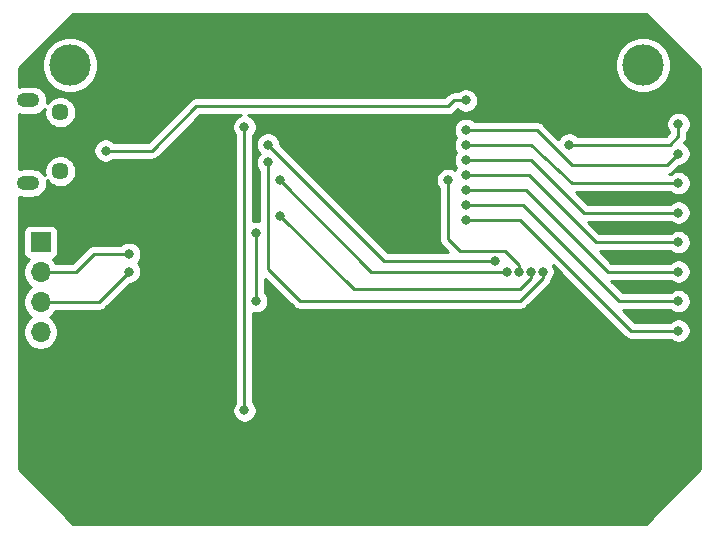
<source format=gbr>
G04 #@! TF.GenerationSoftware,KiCad,Pcbnew,(5.1.6)-1*
G04 #@! TF.CreationDate,2020-08-23T15:56:13+02:00*
G04 #@! TF.ProjectId,PacketVis,5061636b-6574-4566-9973-2e6b69636164,A01*
G04 #@! TF.SameCoordinates,Original*
G04 #@! TF.FileFunction,Copper,L2,Bot*
G04 #@! TF.FilePolarity,Positive*
%FSLAX46Y46*%
G04 Gerber Fmt 4.6, Leading zero omitted, Abs format (unit mm)*
G04 Created by KiCad (PCBNEW (5.1.6)-1) date 2020-08-23 15:56:13*
%MOMM*%
%LPD*%
G01*
G04 APERTURE LIST*
G04 #@! TA.AperFunction,ComponentPad*
%ADD10O,1.700000X1.700000*%
G04 #@! TD*
G04 #@! TA.AperFunction,ComponentPad*
%ADD11R,1.700000X1.700000*%
G04 #@! TD*
G04 #@! TA.AperFunction,ComponentPad*
%ADD12O,1.900000X1.200000*%
G04 #@! TD*
G04 #@! TA.AperFunction,ComponentPad*
%ADD13C,1.450000*%
G04 #@! TD*
G04 #@! TA.AperFunction,ViaPad*
%ADD14C,3.500000*%
G04 #@! TD*
G04 #@! TA.AperFunction,ViaPad*
%ADD15C,0.800000*%
G04 #@! TD*
G04 #@! TA.AperFunction,Conductor*
%ADD16C,0.250000*%
G04 #@! TD*
G04 #@! TA.AperFunction,Conductor*
%ADD17C,0.254000*%
G04 #@! TD*
G04 APERTURE END LIST*
D10*
X184680000Y-101620000D03*
X184680000Y-99080000D03*
X184680000Y-96540000D03*
D11*
X184680000Y-94000000D03*
D12*
X183642500Y-89000000D03*
X183642500Y-82000000D03*
D13*
X186342500Y-88000000D03*
X186342500Y-83000000D03*
D14*
X187180000Y-79000000D03*
X235680000Y-79000000D03*
D15*
X201929960Y-84250000D03*
X201930008Y-108250008D03*
X193680000Y-108500000D03*
X194680000Y-108500000D03*
X195680000Y-108500000D03*
X196680000Y-108500000D03*
X197680000Y-108500000D03*
X198680000Y-108500000D03*
X195180000Y-82500000D03*
X208580000Y-101100000D03*
X193180000Y-88250000D03*
X227680000Y-109500000D03*
X228180000Y-101500000D03*
X203930000Y-85749994D03*
X223180000Y-95600000D03*
X204930018Y-88750000D03*
X224180000Y-96500000D03*
X225179929Y-96512821D03*
X219180000Y-88750000D03*
X192180000Y-95000000D03*
X192180000Y-96500000D03*
X202930000Y-93250000D03*
X202930000Y-99000000D03*
X204930000Y-91749982D03*
X226180000Y-96500008D03*
X203930000Y-87250000D03*
X227180000Y-96500000D03*
X220680000Y-82000000D03*
X190180000Y-86250000D03*
X238680000Y-84000000D03*
X229429998Y-85750000D03*
X220680000Y-84500000D03*
X238680000Y-86500000D03*
X220680000Y-85770000D03*
X238680000Y-89000000D03*
X220680000Y-87040000D03*
X238680000Y-91500000D03*
X220680000Y-88310000D03*
X238680000Y-94000000D03*
X220680000Y-89580000D03*
X238680000Y-96500000D03*
X220680000Y-90850000D03*
X238680000Y-99000000D03*
X220680000Y-92120000D03*
X238680000Y-101500000D03*
D16*
X201929960Y-84250000D02*
X201929960Y-108249960D01*
X201929960Y-108249960D02*
X201930008Y-108250008D01*
X222614315Y-95600000D02*
X223180000Y-95600000D01*
X213780006Y-95600000D02*
X222614315Y-95600000D01*
X203930000Y-85749994D02*
X213780006Y-95600000D01*
X204930018Y-88750000D02*
X212680018Y-96500000D01*
X212680018Y-96500000D02*
X223614315Y-96500000D01*
X223614315Y-96500000D02*
X224180000Y-96500000D01*
X219180000Y-93750000D02*
X219180000Y-89315685D01*
X219180000Y-89315685D02*
X219180000Y-88750000D01*
X220180000Y-94750000D02*
X219180000Y-93750000D01*
X223982793Y-94750000D02*
X220180000Y-94750000D01*
X225179929Y-95947136D02*
X223982793Y-94750000D01*
X225179929Y-96512821D02*
X225179929Y-95947136D01*
X184720000Y-96500000D02*
X184680000Y-96540000D01*
X187640000Y-96540000D02*
X184680000Y-96540000D01*
X192180000Y-95000000D02*
X189180000Y-95000000D01*
X189180000Y-95000000D02*
X187640000Y-96540000D01*
X189600000Y-99080000D02*
X192180000Y-96500000D01*
X184680000Y-99080000D02*
X189600000Y-99080000D01*
X202930000Y-93250000D02*
X202930000Y-98434315D01*
X202930000Y-98434315D02*
X202930000Y-99000000D01*
X226180000Y-97065693D02*
X226180000Y-96500008D01*
X211180018Y-98000000D02*
X225245693Y-98000000D01*
X225245693Y-98000000D02*
X226180000Y-97065693D01*
X204930000Y-91749982D02*
X211180018Y-98000000D01*
X227180000Y-97065685D02*
X227180000Y-96500000D01*
X206680000Y-99000000D02*
X225245685Y-99000000D01*
X225245685Y-99000000D02*
X227180000Y-97065685D01*
X203930000Y-96250000D02*
X206680000Y-99000000D01*
X203930000Y-87250000D02*
X203930000Y-96250000D01*
X194106998Y-86250000D02*
X190180000Y-86250000D01*
X197856998Y-82500000D02*
X194106998Y-86250000D01*
X219180000Y-82500000D02*
X197856998Y-82500000D01*
X219680000Y-82000000D02*
X219180000Y-82500000D01*
X220680000Y-82000000D02*
X219680000Y-82000000D01*
X229995683Y-85750000D02*
X229429998Y-85750000D01*
X237930000Y-85750000D02*
X229995683Y-85750000D01*
X238680000Y-84000000D02*
X238680000Y-85000000D01*
X238680000Y-85000000D02*
X237930000Y-85750000D01*
X237680000Y-87500000D02*
X238680000Y-86500000D01*
X229680000Y-87500000D02*
X237680000Y-87500000D01*
X220680000Y-84500000D02*
X226680000Y-84500000D01*
X226680000Y-84500000D02*
X229680000Y-87500000D01*
X229680000Y-89000000D02*
X238680000Y-89000000D01*
X220680000Y-85770000D02*
X226180000Y-85770000D01*
X226180000Y-85770000D02*
X229680000Y-89000000D01*
X220680000Y-87040000D02*
X226220000Y-87040000D01*
X226220000Y-87040000D02*
X230680000Y-91500000D01*
X230680000Y-91500000D02*
X238680000Y-91500000D01*
X220680000Y-88310000D02*
X225990000Y-88310000D01*
X225990000Y-88310000D02*
X231680000Y-94000000D01*
X231680000Y-94000000D02*
X238680000Y-94000000D01*
X220680000Y-89580000D02*
X225760000Y-89580000D01*
X225760000Y-89580000D02*
X232680000Y-96500000D01*
X232680000Y-96500000D02*
X238680000Y-96500000D01*
X220680000Y-90850000D02*
X225530000Y-90850000D01*
X225530000Y-90850000D02*
X233680000Y-99000000D01*
X233680000Y-99000000D02*
X238680000Y-99000000D01*
X220680000Y-92120000D02*
X225300000Y-92120000D01*
X225300000Y-92120000D02*
X234680000Y-101500000D01*
X234680000Y-101500000D02*
X238680000Y-101500000D01*
D17*
G36*
X240520001Y-79273382D02*
G01*
X240520000Y-113226619D01*
X235906620Y-117840000D01*
X187453381Y-117840000D01*
X182840000Y-113226620D01*
X182840000Y-93150000D01*
X183191928Y-93150000D01*
X183191928Y-94850000D01*
X183204188Y-94974482D01*
X183240498Y-95094180D01*
X183299463Y-95204494D01*
X183378815Y-95301185D01*
X183475506Y-95380537D01*
X183585820Y-95439502D01*
X183658380Y-95461513D01*
X183526525Y-95593368D01*
X183364010Y-95836589D01*
X183252068Y-96106842D01*
X183195000Y-96393740D01*
X183195000Y-96686260D01*
X183252068Y-96973158D01*
X183364010Y-97243411D01*
X183526525Y-97486632D01*
X183733368Y-97693475D01*
X183907760Y-97810000D01*
X183733368Y-97926525D01*
X183526525Y-98133368D01*
X183364010Y-98376589D01*
X183252068Y-98646842D01*
X183195000Y-98933740D01*
X183195000Y-99226260D01*
X183252068Y-99513158D01*
X183364010Y-99783411D01*
X183526525Y-100026632D01*
X183733368Y-100233475D01*
X183907760Y-100350000D01*
X183733368Y-100466525D01*
X183526525Y-100673368D01*
X183364010Y-100916589D01*
X183252068Y-101186842D01*
X183195000Y-101473740D01*
X183195000Y-101766260D01*
X183252068Y-102053158D01*
X183364010Y-102323411D01*
X183526525Y-102566632D01*
X183733368Y-102773475D01*
X183976589Y-102935990D01*
X184246842Y-103047932D01*
X184533740Y-103105000D01*
X184826260Y-103105000D01*
X185113158Y-103047932D01*
X185383411Y-102935990D01*
X185626632Y-102773475D01*
X185833475Y-102566632D01*
X185995990Y-102323411D01*
X186107932Y-102053158D01*
X186165000Y-101766260D01*
X186165000Y-101473740D01*
X186107932Y-101186842D01*
X185995990Y-100916589D01*
X185833475Y-100673368D01*
X185626632Y-100466525D01*
X185452240Y-100350000D01*
X185626632Y-100233475D01*
X185833475Y-100026632D01*
X185958178Y-99840000D01*
X189562678Y-99840000D01*
X189600000Y-99843676D01*
X189637322Y-99840000D01*
X189637333Y-99840000D01*
X189748986Y-99829003D01*
X189892247Y-99785546D01*
X190024276Y-99714974D01*
X190140001Y-99620001D01*
X190163804Y-99590997D01*
X192219802Y-97535000D01*
X192281939Y-97535000D01*
X192481898Y-97495226D01*
X192670256Y-97417205D01*
X192839774Y-97303937D01*
X192983937Y-97159774D01*
X193097205Y-96990256D01*
X193175226Y-96801898D01*
X193215000Y-96601939D01*
X193215000Y-96398061D01*
X193175226Y-96198102D01*
X193097205Y-96009744D01*
X192983937Y-95840226D01*
X192893711Y-95750000D01*
X192983937Y-95659774D01*
X193097205Y-95490256D01*
X193175226Y-95301898D01*
X193215000Y-95101939D01*
X193215000Y-94898061D01*
X193175226Y-94698102D01*
X193097205Y-94509744D01*
X192983937Y-94340226D01*
X192839774Y-94196063D01*
X192670256Y-94082795D01*
X192481898Y-94004774D01*
X192281939Y-93965000D01*
X192078061Y-93965000D01*
X191878102Y-94004774D01*
X191689744Y-94082795D01*
X191520226Y-94196063D01*
X191476289Y-94240000D01*
X189217323Y-94240000D01*
X189180000Y-94236324D01*
X189142677Y-94240000D01*
X189142667Y-94240000D01*
X189031014Y-94250997D01*
X188902433Y-94290001D01*
X188887753Y-94294454D01*
X188755723Y-94365026D01*
X188672083Y-94433668D01*
X188639999Y-94459999D01*
X188616201Y-94488997D01*
X187325199Y-95780000D01*
X185958178Y-95780000D01*
X185833475Y-95593368D01*
X185701620Y-95461513D01*
X185774180Y-95439502D01*
X185884494Y-95380537D01*
X185981185Y-95301185D01*
X186060537Y-95204494D01*
X186119502Y-95094180D01*
X186155812Y-94974482D01*
X186168072Y-94850000D01*
X186168072Y-93150000D01*
X186155812Y-93025518D01*
X186119502Y-92905820D01*
X186060537Y-92795506D01*
X185981185Y-92698815D01*
X185884494Y-92619463D01*
X185774180Y-92560498D01*
X185654482Y-92524188D01*
X185530000Y-92511928D01*
X183830000Y-92511928D01*
X183705518Y-92524188D01*
X183585820Y-92560498D01*
X183475506Y-92619463D01*
X183378815Y-92698815D01*
X183299463Y-92795506D01*
X183240498Y-92905820D01*
X183204188Y-93025518D01*
X183191928Y-93150000D01*
X182840000Y-93150000D01*
X182840000Y-90153306D01*
X183050398Y-90217130D01*
X183231835Y-90235000D01*
X184053165Y-90235000D01*
X184234602Y-90217130D01*
X184467401Y-90146511D01*
X184681949Y-90031833D01*
X184870002Y-89877502D01*
X185024333Y-89689449D01*
X185139011Y-89474901D01*
X185209630Y-89242102D01*
X185233475Y-89000000D01*
X185209630Y-88757898D01*
X185206617Y-88747965D01*
X185286119Y-88866949D01*
X185475551Y-89056381D01*
X185698299Y-89205216D01*
X185945803Y-89307736D01*
X186208552Y-89360000D01*
X186476448Y-89360000D01*
X186739197Y-89307736D01*
X186986701Y-89205216D01*
X187209449Y-89056381D01*
X187398881Y-88866949D01*
X187547716Y-88644201D01*
X187650236Y-88396697D01*
X187702500Y-88133948D01*
X187702500Y-87866052D01*
X187650236Y-87603303D01*
X187547716Y-87355799D01*
X187398881Y-87133051D01*
X187209449Y-86943619D01*
X186986701Y-86794784D01*
X186739197Y-86692264D01*
X186476448Y-86640000D01*
X186208552Y-86640000D01*
X185945803Y-86692264D01*
X185698299Y-86794784D01*
X185475551Y-86943619D01*
X185286119Y-87133051D01*
X185137284Y-87355799D01*
X185034764Y-87603303D01*
X184982500Y-87866052D01*
X184982500Y-88133948D01*
X185015484Y-88299768D01*
X184870002Y-88122498D01*
X184681949Y-87968167D01*
X184467401Y-87853489D01*
X184234602Y-87782870D01*
X184053165Y-87765000D01*
X183231835Y-87765000D01*
X183050398Y-87782870D01*
X182840000Y-87846694D01*
X182840000Y-86148061D01*
X189145000Y-86148061D01*
X189145000Y-86351939D01*
X189184774Y-86551898D01*
X189262795Y-86740256D01*
X189376063Y-86909774D01*
X189520226Y-87053937D01*
X189689744Y-87167205D01*
X189878102Y-87245226D01*
X190078061Y-87285000D01*
X190281939Y-87285000D01*
X190481898Y-87245226D01*
X190670256Y-87167205D01*
X190839774Y-87053937D01*
X190883711Y-87010000D01*
X194069676Y-87010000D01*
X194106998Y-87013676D01*
X194144320Y-87010000D01*
X194144331Y-87010000D01*
X194255984Y-86999003D01*
X194399245Y-86955546D01*
X194531274Y-86884974D01*
X194646999Y-86790001D01*
X194670802Y-86760997D01*
X198171800Y-83260000D01*
X201615445Y-83260000D01*
X201439704Y-83332795D01*
X201270186Y-83446063D01*
X201126023Y-83590226D01*
X201012755Y-83759744D01*
X200934734Y-83948102D01*
X200894960Y-84148061D01*
X200894960Y-84351939D01*
X200934734Y-84551898D01*
X201012755Y-84740256D01*
X201126023Y-84909774D01*
X201169960Y-84953711D01*
X201169961Y-107546344D01*
X201126071Y-107590234D01*
X201012803Y-107759752D01*
X200934782Y-107948110D01*
X200895008Y-108148069D01*
X200895008Y-108351947D01*
X200934782Y-108551906D01*
X201012803Y-108740264D01*
X201126071Y-108909782D01*
X201270234Y-109053945D01*
X201439752Y-109167213D01*
X201628110Y-109245234D01*
X201828069Y-109285008D01*
X202031947Y-109285008D01*
X202231906Y-109245234D01*
X202420264Y-109167213D01*
X202589782Y-109053945D01*
X202733945Y-108909782D01*
X202847213Y-108740264D01*
X202925234Y-108551906D01*
X202965008Y-108351947D01*
X202965008Y-108148069D01*
X202925234Y-107948110D01*
X202847213Y-107759752D01*
X202733945Y-107590234D01*
X202689960Y-107546249D01*
X202689960Y-100007530D01*
X202828061Y-100035000D01*
X203031939Y-100035000D01*
X203231898Y-99995226D01*
X203420256Y-99917205D01*
X203589774Y-99803937D01*
X203733937Y-99659774D01*
X203847205Y-99490256D01*
X203925226Y-99301898D01*
X203965000Y-99101939D01*
X203965000Y-98898061D01*
X203925226Y-98698102D01*
X203847205Y-98509744D01*
X203733937Y-98340226D01*
X203690000Y-98296289D01*
X203690000Y-97084801D01*
X206116201Y-99511003D01*
X206139999Y-99540001D01*
X206255724Y-99634974D01*
X206387753Y-99705546D01*
X206531014Y-99749003D01*
X206642667Y-99760000D01*
X206642676Y-99760000D01*
X206679999Y-99763676D01*
X206717322Y-99760000D01*
X225208363Y-99760000D01*
X225245685Y-99763676D01*
X225283007Y-99760000D01*
X225283018Y-99760000D01*
X225394671Y-99749003D01*
X225537932Y-99705546D01*
X225669961Y-99634974D01*
X225785686Y-99540001D01*
X225809489Y-99510997D01*
X227691004Y-97629483D01*
X227720001Y-97605686D01*
X227814974Y-97489961D01*
X227885546Y-97357932D01*
X227928987Y-97214724D01*
X227983937Y-97159774D01*
X228097205Y-96990256D01*
X228175226Y-96801898D01*
X228215000Y-96601939D01*
X228215000Y-96398061D01*
X228175226Y-96198102D01*
X228097205Y-96009744D01*
X228061488Y-95956289D01*
X234116201Y-102011003D01*
X234139999Y-102040001D01*
X234255724Y-102134974D01*
X234387753Y-102205546D01*
X234531014Y-102249003D01*
X234642667Y-102260000D01*
X234642676Y-102260000D01*
X234679999Y-102263676D01*
X234717322Y-102260000D01*
X237976289Y-102260000D01*
X238020226Y-102303937D01*
X238189744Y-102417205D01*
X238378102Y-102495226D01*
X238578061Y-102535000D01*
X238781939Y-102535000D01*
X238981898Y-102495226D01*
X239170256Y-102417205D01*
X239339774Y-102303937D01*
X239483937Y-102159774D01*
X239597205Y-101990256D01*
X239675226Y-101801898D01*
X239715000Y-101601939D01*
X239715000Y-101398061D01*
X239675226Y-101198102D01*
X239597205Y-101009744D01*
X239483937Y-100840226D01*
X239339774Y-100696063D01*
X239170256Y-100582795D01*
X238981898Y-100504774D01*
X238781939Y-100465000D01*
X238578061Y-100465000D01*
X238378102Y-100504774D01*
X238189744Y-100582795D01*
X238020226Y-100696063D01*
X237976289Y-100740000D01*
X234994802Y-100740000D01*
X234014802Y-99760000D01*
X237976289Y-99760000D01*
X238020226Y-99803937D01*
X238189744Y-99917205D01*
X238378102Y-99995226D01*
X238578061Y-100035000D01*
X238781939Y-100035000D01*
X238981898Y-99995226D01*
X239170256Y-99917205D01*
X239339774Y-99803937D01*
X239483937Y-99659774D01*
X239597205Y-99490256D01*
X239675226Y-99301898D01*
X239715000Y-99101939D01*
X239715000Y-98898061D01*
X239675226Y-98698102D01*
X239597205Y-98509744D01*
X239483937Y-98340226D01*
X239339774Y-98196063D01*
X239170256Y-98082795D01*
X238981898Y-98004774D01*
X238781939Y-97965000D01*
X238578061Y-97965000D01*
X238378102Y-98004774D01*
X238189744Y-98082795D01*
X238020226Y-98196063D01*
X237976289Y-98240000D01*
X233994802Y-98240000D01*
X233014802Y-97260000D01*
X237976289Y-97260000D01*
X238020226Y-97303937D01*
X238189744Y-97417205D01*
X238378102Y-97495226D01*
X238578061Y-97535000D01*
X238781939Y-97535000D01*
X238981898Y-97495226D01*
X239170256Y-97417205D01*
X239339774Y-97303937D01*
X239483937Y-97159774D01*
X239597205Y-96990256D01*
X239675226Y-96801898D01*
X239715000Y-96601939D01*
X239715000Y-96398061D01*
X239675226Y-96198102D01*
X239597205Y-96009744D01*
X239483937Y-95840226D01*
X239339774Y-95696063D01*
X239170256Y-95582795D01*
X238981898Y-95504774D01*
X238781939Y-95465000D01*
X238578061Y-95465000D01*
X238378102Y-95504774D01*
X238189744Y-95582795D01*
X238020226Y-95696063D01*
X237976289Y-95740000D01*
X232994802Y-95740000D01*
X232014802Y-94760000D01*
X237976289Y-94760000D01*
X238020226Y-94803937D01*
X238189744Y-94917205D01*
X238378102Y-94995226D01*
X238578061Y-95035000D01*
X238781939Y-95035000D01*
X238981898Y-94995226D01*
X239170256Y-94917205D01*
X239339774Y-94803937D01*
X239483937Y-94659774D01*
X239597205Y-94490256D01*
X239675226Y-94301898D01*
X239715000Y-94101939D01*
X239715000Y-93898061D01*
X239675226Y-93698102D01*
X239597205Y-93509744D01*
X239483937Y-93340226D01*
X239339774Y-93196063D01*
X239170256Y-93082795D01*
X238981898Y-93004774D01*
X238781939Y-92965000D01*
X238578061Y-92965000D01*
X238378102Y-93004774D01*
X238189744Y-93082795D01*
X238020226Y-93196063D01*
X237976289Y-93240000D01*
X231994802Y-93240000D01*
X231014802Y-92260000D01*
X237976289Y-92260000D01*
X238020226Y-92303937D01*
X238189744Y-92417205D01*
X238378102Y-92495226D01*
X238578061Y-92535000D01*
X238781939Y-92535000D01*
X238981898Y-92495226D01*
X239170256Y-92417205D01*
X239339774Y-92303937D01*
X239483937Y-92159774D01*
X239597205Y-91990256D01*
X239675226Y-91801898D01*
X239715000Y-91601939D01*
X239715000Y-91398061D01*
X239675226Y-91198102D01*
X239597205Y-91009744D01*
X239483937Y-90840226D01*
X239339774Y-90696063D01*
X239170256Y-90582795D01*
X238981898Y-90504774D01*
X238781939Y-90465000D01*
X238578061Y-90465000D01*
X238378102Y-90504774D01*
X238189744Y-90582795D01*
X238020226Y-90696063D01*
X237976289Y-90740000D01*
X230994803Y-90740000D01*
X230014802Y-89760000D01*
X237976289Y-89760000D01*
X238020226Y-89803937D01*
X238189744Y-89917205D01*
X238378102Y-89995226D01*
X238578061Y-90035000D01*
X238781939Y-90035000D01*
X238981898Y-89995226D01*
X239170256Y-89917205D01*
X239339774Y-89803937D01*
X239483937Y-89659774D01*
X239597205Y-89490256D01*
X239675226Y-89301898D01*
X239715000Y-89101939D01*
X239715000Y-88898061D01*
X239675226Y-88698102D01*
X239597205Y-88509744D01*
X239483937Y-88340226D01*
X239339774Y-88196063D01*
X239170256Y-88082795D01*
X238981898Y-88004774D01*
X238781939Y-87965000D01*
X238578061Y-87965000D01*
X238378102Y-88004774D01*
X238189744Y-88082795D01*
X238020226Y-88196063D01*
X237976289Y-88240000D01*
X237858665Y-88240000D01*
X237972247Y-88205546D01*
X238104276Y-88134974D01*
X238220001Y-88040001D01*
X238243804Y-88010998D01*
X238719802Y-87535000D01*
X238781939Y-87535000D01*
X238981898Y-87495226D01*
X239170256Y-87417205D01*
X239339774Y-87303937D01*
X239483937Y-87159774D01*
X239597205Y-86990256D01*
X239675226Y-86801898D01*
X239715000Y-86601939D01*
X239715000Y-86398061D01*
X239675226Y-86198102D01*
X239597205Y-86009744D01*
X239483937Y-85840226D01*
X239339774Y-85696063D01*
X239171306Y-85583496D01*
X239191002Y-85563799D01*
X239220001Y-85540001D01*
X239314974Y-85424276D01*
X239385546Y-85292247D01*
X239429003Y-85148986D01*
X239440000Y-85037333D01*
X239440000Y-85037324D01*
X239443676Y-85000001D01*
X239440000Y-84962678D01*
X239440000Y-84703711D01*
X239483937Y-84659774D01*
X239597205Y-84490256D01*
X239675226Y-84301898D01*
X239715000Y-84101939D01*
X239715000Y-83898061D01*
X239675226Y-83698102D01*
X239597205Y-83509744D01*
X239483937Y-83340226D01*
X239339774Y-83196063D01*
X239170256Y-83082795D01*
X238981898Y-83004774D01*
X238781939Y-82965000D01*
X238578061Y-82965000D01*
X238378102Y-83004774D01*
X238189744Y-83082795D01*
X238020226Y-83196063D01*
X237876063Y-83340226D01*
X237762795Y-83509744D01*
X237684774Y-83698102D01*
X237645000Y-83898061D01*
X237645000Y-84101939D01*
X237684774Y-84301898D01*
X237762795Y-84490256D01*
X237876063Y-84659774D01*
X237910744Y-84694455D01*
X237615199Y-84990000D01*
X230133709Y-84990000D01*
X230089772Y-84946063D01*
X229920254Y-84832795D01*
X229731896Y-84754774D01*
X229531937Y-84715000D01*
X229328059Y-84715000D01*
X229128100Y-84754774D01*
X228939742Y-84832795D01*
X228770224Y-84946063D01*
X228626061Y-85090226D01*
X228513495Y-85258693D01*
X227243804Y-83989003D01*
X227220001Y-83959999D01*
X227104276Y-83865026D01*
X226972247Y-83794454D01*
X226828986Y-83750997D01*
X226717333Y-83740000D01*
X226717322Y-83740000D01*
X226680000Y-83736324D01*
X226642678Y-83740000D01*
X221383711Y-83740000D01*
X221339774Y-83696063D01*
X221170256Y-83582795D01*
X220981898Y-83504774D01*
X220781939Y-83465000D01*
X220578061Y-83465000D01*
X220378102Y-83504774D01*
X220189744Y-83582795D01*
X220020226Y-83696063D01*
X219876063Y-83840226D01*
X219762795Y-84009744D01*
X219684774Y-84198102D01*
X219645000Y-84398061D01*
X219645000Y-84601939D01*
X219684774Y-84801898D01*
X219762795Y-84990256D01*
X219859510Y-85135000D01*
X219762795Y-85279744D01*
X219684774Y-85468102D01*
X219645000Y-85668061D01*
X219645000Y-85871939D01*
X219684774Y-86071898D01*
X219762795Y-86260256D01*
X219859510Y-86405000D01*
X219762795Y-86549744D01*
X219684774Y-86738102D01*
X219645000Y-86938061D01*
X219645000Y-87141939D01*
X219684774Y-87341898D01*
X219762795Y-87530256D01*
X219859510Y-87675000D01*
X219762795Y-87819744D01*
X219738501Y-87878395D01*
X219670256Y-87832795D01*
X219481898Y-87754774D01*
X219281939Y-87715000D01*
X219078061Y-87715000D01*
X218878102Y-87754774D01*
X218689744Y-87832795D01*
X218520226Y-87946063D01*
X218376063Y-88090226D01*
X218262795Y-88259744D01*
X218184774Y-88448102D01*
X218145000Y-88648061D01*
X218145000Y-88851939D01*
X218184774Y-89051898D01*
X218262795Y-89240256D01*
X218376063Y-89409774D01*
X218420001Y-89453712D01*
X218420000Y-93712677D01*
X218416324Y-93750000D01*
X218420000Y-93787322D01*
X218420000Y-93787332D01*
X218430997Y-93898985D01*
X218461942Y-94000998D01*
X218474454Y-94042246D01*
X218545026Y-94174276D01*
X218584871Y-94222826D01*
X218639999Y-94290001D01*
X218669002Y-94313804D01*
X219195198Y-94840000D01*
X214094808Y-94840000D01*
X204965000Y-85710193D01*
X204965000Y-85648055D01*
X204925226Y-85448096D01*
X204847205Y-85259738D01*
X204733937Y-85090220D01*
X204589774Y-84946057D01*
X204420256Y-84832789D01*
X204231898Y-84754768D01*
X204031939Y-84714994D01*
X203828061Y-84714994D01*
X203628102Y-84754768D01*
X203439744Y-84832789D01*
X203270226Y-84946057D01*
X203126063Y-85090220D01*
X203012795Y-85259738D01*
X202934774Y-85448096D01*
X202895000Y-85648055D01*
X202895000Y-85851933D01*
X202934774Y-86051892D01*
X203012795Y-86240250D01*
X203126063Y-86409768D01*
X203216292Y-86499997D01*
X203126063Y-86590226D01*
X203012795Y-86759744D01*
X202934774Y-86948102D01*
X202895000Y-87148061D01*
X202895000Y-87351939D01*
X202934774Y-87551898D01*
X203012795Y-87740256D01*
X203126063Y-87909774D01*
X203170000Y-87953711D01*
X203170001Y-92242462D01*
X203031939Y-92215000D01*
X202828061Y-92215000D01*
X202689960Y-92242470D01*
X202689960Y-84953711D01*
X202733897Y-84909774D01*
X202847165Y-84740256D01*
X202925186Y-84551898D01*
X202964960Y-84351939D01*
X202964960Y-84148061D01*
X202925186Y-83948102D01*
X202847165Y-83759744D01*
X202733897Y-83590226D01*
X202589734Y-83446063D01*
X202420216Y-83332795D01*
X202244475Y-83260000D01*
X219142678Y-83260000D01*
X219180000Y-83263676D01*
X219217322Y-83260000D01*
X219217333Y-83260000D01*
X219328986Y-83249003D01*
X219472247Y-83205546D01*
X219604276Y-83134974D01*
X219720001Y-83040001D01*
X219743804Y-83010997D01*
X219985545Y-82769256D01*
X220020226Y-82803937D01*
X220189744Y-82917205D01*
X220378102Y-82995226D01*
X220578061Y-83035000D01*
X220781939Y-83035000D01*
X220981898Y-82995226D01*
X221170256Y-82917205D01*
X221339774Y-82803937D01*
X221483937Y-82659774D01*
X221597205Y-82490256D01*
X221675226Y-82301898D01*
X221715000Y-82101939D01*
X221715000Y-81898061D01*
X221675226Y-81698102D01*
X221597205Y-81509744D01*
X221483937Y-81340226D01*
X221339774Y-81196063D01*
X221170256Y-81082795D01*
X220981898Y-81004774D01*
X220781939Y-80965000D01*
X220578061Y-80965000D01*
X220378102Y-81004774D01*
X220189744Y-81082795D01*
X220020226Y-81196063D01*
X219976289Y-81240000D01*
X219717325Y-81240000D01*
X219680000Y-81236324D01*
X219642675Y-81240000D01*
X219642667Y-81240000D01*
X219531014Y-81250997D01*
X219387753Y-81294454D01*
X219255724Y-81365026D01*
X219139999Y-81459999D01*
X219116196Y-81489003D01*
X218865199Y-81740000D01*
X197894321Y-81740000D01*
X197856998Y-81736324D01*
X197819675Y-81740000D01*
X197819665Y-81740000D01*
X197708012Y-81750997D01*
X197564751Y-81794454D01*
X197432722Y-81865026D01*
X197316997Y-81959999D01*
X197293199Y-81988997D01*
X193792197Y-85490000D01*
X190883711Y-85490000D01*
X190839774Y-85446063D01*
X190670256Y-85332795D01*
X190481898Y-85254774D01*
X190281939Y-85215000D01*
X190078061Y-85215000D01*
X189878102Y-85254774D01*
X189689744Y-85332795D01*
X189520226Y-85446063D01*
X189376063Y-85590226D01*
X189262795Y-85759744D01*
X189184774Y-85948102D01*
X189145000Y-86148061D01*
X182840000Y-86148061D01*
X182840000Y-83153306D01*
X183050398Y-83217130D01*
X183231835Y-83235000D01*
X184053165Y-83235000D01*
X184234602Y-83217130D01*
X184467401Y-83146511D01*
X184681949Y-83031833D01*
X184870002Y-82877502D01*
X185015484Y-82700232D01*
X184982500Y-82866052D01*
X184982500Y-83133948D01*
X185034764Y-83396697D01*
X185137284Y-83644201D01*
X185286119Y-83866949D01*
X185475551Y-84056381D01*
X185698299Y-84205216D01*
X185945803Y-84307736D01*
X186208552Y-84360000D01*
X186476448Y-84360000D01*
X186739197Y-84307736D01*
X186986701Y-84205216D01*
X187209449Y-84056381D01*
X187398881Y-83866949D01*
X187547716Y-83644201D01*
X187650236Y-83396697D01*
X187702500Y-83133948D01*
X187702500Y-82866052D01*
X187650236Y-82603303D01*
X187547716Y-82355799D01*
X187398881Y-82133051D01*
X187209449Y-81943619D01*
X186986701Y-81794784D01*
X186739197Y-81692264D01*
X186476448Y-81640000D01*
X186208552Y-81640000D01*
X185945803Y-81692264D01*
X185698299Y-81794784D01*
X185475551Y-81943619D01*
X185286119Y-82133051D01*
X185206617Y-82252035D01*
X185209630Y-82242102D01*
X185233475Y-82000000D01*
X185209630Y-81757898D01*
X185139011Y-81525099D01*
X185024333Y-81310551D01*
X184870002Y-81122498D01*
X184681949Y-80968167D01*
X184467401Y-80853489D01*
X184234602Y-80782870D01*
X184053165Y-80765000D01*
X183231835Y-80765000D01*
X183050398Y-80782870D01*
X182840000Y-80846694D01*
X182840000Y-79273380D01*
X183348282Y-78765098D01*
X184795000Y-78765098D01*
X184795000Y-79234902D01*
X184886654Y-79695679D01*
X185066440Y-80129721D01*
X185327450Y-80520349D01*
X185659651Y-80852550D01*
X186050279Y-81113560D01*
X186484321Y-81293346D01*
X186945098Y-81385000D01*
X187414902Y-81385000D01*
X187875679Y-81293346D01*
X188309721Y-81113560D01*
X188700349Y-80852550D01*
X189032550Y-80520349D01*
X189293560Y-80129721D01*
X189473346Y-79695679D01*
X189565000Y-79234902D01*
X189565000Y-78765098D01*
X233295000Y-78765098D01*
X233295000Y-79234902D01*
X233386654Y-79695679D01*
X233566440Y-80129721D01*
X233827450Y-80520349D01*
X234159651Y-80852550D01*
X234550279Y-81113560D01*
X234984321Y-81293346D01*
X235445098Y-81385000D01*
X235914902Y-81385000D01*
X236375679Y-81293346D01*
X236809721Y-81113560D01*
X237200349Y-80852550D01*
X237532550Y-80520349D01*
X237793560Y-80129721D01*
X237973346Y-79695679D01*
X238065000Y-79234902D01*
X238065000Y-78765098D01*
X237973346Y-78304321D01*
X237793560Y-77870279D01*
X237532550Y-77479651D01*
X237200349Y-77147450D01*
X236809721Y-76886440D01*
X236375679Y-76706654D01*
X235914902Y-76615000D01*
X235445098Y-76615000D01*
X234984321Y-76706654D01*
X234550279Y-76886440D01*
X234159651Y-77147450D01*
X233827450Y-77479651D01*
X233566440Y-77870279D01*
X233386654Y-78304321D01*
X233295000Y-78765098D01*
X189565000Y-78765098D01*
X189473346Y-78304321D01*
X189293560Y-77870279D01*
X189032550Y-77479651D01*
X188700349Y-77147450D01*
X188309721Y-76886440D01*
X187875679Y-76706654D01*
X187414902Y-76615000D01*
X186945098Y-76615000D01*
X186484321Y-76706654D01*
X186050279Y-76886440D01*
X185659651Y-77147450D01*
X185327450Y-77479651D01*
X185066440Y-77870279D01*
X184886654Y-78304321D01*
X184795000Y-78765098D01*
X183348282Y-78765098D01*
X187453381Y-74660000D01*
X235906620Y-74660000D01*
X240520001Y-79273382D01*
G37*
X240520001Y-79273382D02*
X240520000Y-113226619D01*
X235906620Y-117840000D01*
X187453381Y-117840000D01*
X182840000Y-113226620D01*
X182840000Y-93150000D01*
X183191928Y-93150000D01*
X183191928Y-94850000D01*
X183204188Y-94974482D01*
X183240498Y-95094180D01*
X183299463Y-95204494D01*
X183378815Y-95301185D01*
X183475506Y-95380537D01*
X183585820Y-95439502D01*
X183658380Y-95461513D01*
X183526525Y-95593368D01*
X183364010Y-95836589D01*
X183252068Y-96106842D01*
X183195000Y-96393740D01*
X183195000Y-96686260D01*
X183252068Y-96973158D01*
X183364010Y-97243411D01*
X183526525Y-97486632D01*
X183733368Y-97693475D01*
X183907760Y-97810000D01*
X183733368Y-97926525D01*
X183526525Y-98133368D01*
X183364010Y-98376589D01*
X183252068Y-98646842D01*
X183195000Y-98933740D01*
X183195000Y-99226260D01*
X183252068Y-99513158D01*
X183364010Y-99783411D01*
X183526525Y-100026632D01*
X183733368Y-100233475D01*
X183907760Y-100350000D01*
X183733368Y-100466525D01*
X183526525Y-100673368D01*
X183364010Y-100916589D01*
X183252068Y-101186842D01*
X183195000Y-101473740D01*
X183195000Y-101766260D01*
X183252068Y-102053158D01*
X183364010Y-102323411D01*
X183526525Y-102566632D01*
X183733368Y-102773475D01*
X183976589Y-102935990D01*
X184246842Y-103047932D01*
X184533740Y-103105000D01*
X184826260Y-103105000D01*
X185113158Y-103047932D01*
X185383411Y-102935990D01*
X185626632Y-102773475D01*
X185833475Y-102566632D01*
X185995990Y-102323411D01*
X186107932Y-102053158D01*
X186165000Y-101766260D01*
X186165000Y-101473740D01*
X186107932Y-101186842D01*
X185995990Y-100916589D01*
X185833475Y-100673368D01*
X185626632Y-100466525D01*
X185452240Y-100350000D01*
X185626632Y-100233475D01*
X185833475Y-100026632D01*
X185958178Y-99840000D01*
X189562678Y-99840000D01*
X189600000Y-99843676D01*
X189637322Y-99840000D01*
X189637333Y-99840000D01*
X189748986Y-99829003D01*
X189892247Y-99785546D01*
X190024276Y-99714974D01*
X190140001Y-99620001D01*
X190163804Y-99590997D01*
X192219802Y-97535000D01*
X192281939Y-97535000D01*
X192481898Y-97495226D01*
X192670256Y-97417205D01*
X192839774Y-97303937D01*
X192983937Y-97159774D01*
X193097205Y-96990256D01*
X193175226Y-96801898D01*
X193215000Y-96601939D01*
X193215000Y-96398061D01*
X193175226Y-96198102D01*
X193097205Y-96009744D01*
X192983937Y-95840226D01*
X192893711Y-95750000D01*
X192983937Y-95659774D01*
X193097205Y-95490256D01*
X193175226Y-95301898D01*
X193215000Y-95101939D01*
X193215000Y-94898061D01*
X193175226Y-94698102D01*
X193097205Y-94509744D01*
X192983937Y-94340226D01*
X192839774Y-94196063D01*
X192670256Y-94082795D01*
X192481898Y-94004774D01*
X192281939Y-93965000D01*
X192078061Y-93965000D01*
X191878102Y-94004774D01*
X191689744Y-94082795D01*
X191520226Y-94196063D01*
X191476289Y-94240000D01*
X189217323Y-94240000D01*
X189180000Y-94236324D01*
X189142677Y-94240000D01*
X189142667Y-94240000D01*
X189031014Y-94250997D01*
X188902433Y-94290001D01*
X188887753Y-94294454D01*
X188755723Y-94365026D01*
X188672083Y-94433668D01*
X188639999Y-94459999D01*
X188616201Y-94488997D01*
X187325199Y-95780000D01*
X185958178Y-95780000D01*
X185833475Y-95593368D01*
X185701620Y-95461513D01*
X185774180Y-95439502D01*
X185884494Y-95380537D01*
X185981185Y-95301185D01*
X186060537Y-95204494D01*
X186119502Y-95094180D01*
X186155812Y-94974482D01*
X186168072Y-94850000D01*
X186168072Y-93150000D01*
X186155812Y-93025518D01*
X186119502Y-92905820D01*
X186060537Y-92795506D01*
X185981185Y-92698815D01*
X185884494Y-92619463D01*
X185774180Y-92560498D01*
X185654482Y-92524188D01*
X185530000Y-92511928D01*
X183830000Y-92511928D01*
X183705518Y-92524188D01*
X183585820Y-92560498D01*
X183475506Y-92619463D01*
X183378815Y-92698815D01*
X183299463Y-92795506D01*
X183240498Y-92905820D01*
X183204188Y-93025518D01*
X183191928Y-93150000D01*
X182840000Y-93150000D01*
X182840000Y-90153306D01*
X183050398Y-90217130D01*
X183231835Y-90235000D01*
X184053165Y-90235000D01*
X184234602Y-90217130D01*
X184467401Y-90146511D01*
X184681949Y-90031833D01*
X184870002Y-89877502D01*
X185024333Y-89689449D01*
X185139011Y-89474901D01*
X185209630Y-89242102D01*
X185233475Y-89000000D01*
X185209630Y-88757898D01*
X185206617Y-88747965D01*
X185286119Y-88866949D01*
X185475551Y-89056381D01*
X185698299Y-89205216D01*
X185945803Y-89307736D01*
X186208552Y-89360000D01*
X186476448Y-89360000D01*
X186739197Y-89307736D01*
X186986701Y-89205216D01*
X187209449Y-89056381D01*
X187398881Y-88866949D01*
X187547716Y-88644201D01*
X187650236Y-88396697D01*
X187702500Y-88133948D01*
X187702500Y-87866052D01*
X187650236Y-87603303D01*
X187547716Y-87355799D01*
X187398881Y-87133051D01*
X187209449Y-86943619D01*
X186986701Y-86794784D01*
X186739197Y-86692264D01*
X186476448Y-86640000D01*
X186208552Y-86640000D01*
X185945803Y-86692264D01*
X185698299Y-86794784D01*
X185475551Y-86943619D01*
X185286119Y-87133051D01*
X185137284Y-87355799D01*
X185034764Y-87603303D01*
X184982500Y-87866052D01*
X184982500Y-88133948D01*
X185015484Y-88299768D01*
X184870002Y-88122498D01*
X184681949Y-87968167D01*
X184467401Y-87853489D01*
X184234602Y-87782870D01*
X184053165Y-87765000D01*
X183231835Y-87765000D01*
X183050398Y-87782870D01*
X182840000Y-87846694D01*
X182840000Y-86148061D01*
X189145000Y-86148061D01*
X189145000Y-86351939D01*
X189184774Y-86551898D01*
X189262795Y-86740256D01*
X189376063Y-86909774D01*
X189520226Y-87053937D01*
X189689744Y-87167205D01*
X189878102Y-87245226D01*
X190078061Y-87285000D01*
X190281939Y-87285000D01*
X190481898Y-87245226D01*
X190670256Y-87167205D01*
X190839774Y-87053937D01*
X190883711Y-87010000D01*
X194069676Y-87010000D01*
X194106998Y-87013676D01*
X194144320Y-87010000D01*
X194144331Y-87010000D01*
X194255984Y-86999003D01*
X194399245Y-86955546D01*
X194531274Y-86884974D01*
X194646999Y-86790001D01*
X194670802Y-86760997D01*
X198171800Y-83260000D01*
X201615445Y-83260000D01*
X201439704Y-83332795D01*
X201270186Y-83446063D01*
X201126023Y-83590226D01*
X201012755Y-83759744D01*
X200934734Y-83948102D01*
X200894960Y-84148061D01*
X200894960Y-84351939D01*
X200934734Y-84551898D01*
X201012755Y-84740256D01*
X201126023Y-84909774D01*
X201169960Y-84953711D01*
X201169961Y-107546344D01*
X201126071Y-107590234D01*
X201012803Y-107759752D01*
X200934782Y-107948110D01*
X200895008Y-108148069D01*
X200895008Y-108351947D01*
X200934782Y-108551906D01*
X201012803Y-108740264D01*
X201126071Y-108909782D01*
X201270234Y-109053945D01*
X201439752Y-109167213D01*
X201628110Y-109245234D01*
X201828069Y-109285008D01*
X202031947Y-109285008D01*
X202231906Y-109245234D01*
X202420264Y-109167213D01*
X202589782Y-109053945D01*
X202733945Y-108909782D01*
X202847213Y-108740264D01*
X202925234Y-108551906D01*
X202965008Y-108351947D01*
X202965008Y-108148069D01*
X202925234Y-107948110D01*
X202847213Y-107759752D01*
X202733945Y-107590234D01*
X202689960Y-107546249D01*
X202689960Y-100007530D01*
X202828061Y-100035000D01*
X203031939Y-100035000D01*
X203231898Y-99995226D01*
X203420256Y-99917205D01*
X203589774Y-99803937D01*
X203733937Y-99659774D01*
X203847205Y-99490256D01*
X203925226Y-99301898D01*
X203965000Y-99101939D01*
X203965000Y-98898061D01*
X203925226Y-98698102D01*
X203847205Y-98509744D01*
X203733937Y-98340226D01*
X203690000Y-98296289D01*
X203690000Y-97084801D01*
X206116201Y-99511003D01*
X206139999Y-99540001D01*
X206255724Y-99634974D01*
X206387753Y-99705546D01*
X206531014Y-99749003D01*
X206642667Y-99760000D01*
X206642676Y-99760000D01*
X206679999Y-99763676D01*
X206717322Y-99760000D01*
X225208363Y-99760000D01*
X225245685Y-99763676D01*
X225283007Y-99760000D01*
X225283018Y-99760000D01*
X225394671Y-99749003D01*
X225537932Y-99705546D01*
X225669961Y-99634974D01*
X225785686Y-99540001D01*
X225809489Y-99510997D01*
X227691004Y-97629483D01*
X227720001Y-97605686D01*
X227814974Y-97489961D01*
X227885546Y-97357932D01*
X227928987Y-97214724D01*
X227983937Y-97159774D01*
X228097205Y-96990256D01*
X228175226Y-96801898D01*
X228215000Y-96601939D01*
X228215000Y-96398061D01*
X228175226Y-96198102D01*
X228097205Y-96009744D01*
X228061488Y-95956289D01*
X234116201Y-102011003D01*
X234139999Y-102040001D01*
X234255724Y-102134974D01*
X234387753Y-102205546D01*
X234531014Y-102249003D01*
X234642667Y-102260000D01*
X234642676Y-102260000D01*
X234679999Y-102263676D01*
X234717322Y-102260000D01*
X237976289Y-102260000D01*
X238020226Y-102303937D01*
X238189744Y-102417205D01*
X238378102Y-102495226D01*
X238578061Y-102535000D01*
X238781939Y-102535000D01*
X238981898Y-102495226D01*
X239170256Y-102417205D01*
X239339774Y-102303937D01*
X239483937Y-102159774D01*
X239597205Y-101990256D01*
X239675226Y-101801898D01*
X239715000Y-101601939D01*
X239715000Y-101398061D01*
X239675226Y-101198102D01*
X239597205Y-101009744D01*
X239483937Y-100840226D01*
X239339774Y-100696063D01*
X239170256Y-100582795D01*
X238981898Y-100504774D01*
X238781939Y-100465000D01*
X238578061Y-100465000D01*
X238378102Y-100504774D01*
X238189744Y-100582795D01*
X238020226Y-100696063D01*
X237976289Y-100740000D01*
X234994802Y-100740000D01*
X234014802Y-99760000D01*
X237976289Y-99760000D01*
X238020226Y-99803937D01*
X238189744Y-99917205D01*
X238378102Y-99995226D01*
X238578061Y-100035000D01*
X238781939Y-100035000D01*
X238981898Y-99995226D01*
X239170256Y-99917205D01*
X239339774Y-99803937D01*
X239483937Y-99659774D01*
X239597205Y-99490256D01*
X239675226Y-99301898D01*
X239715000Y-99101939D01*
X239715000Y-98898061D01*
X239675226Y-98698102D01*
X239597205Y-98509744D01*
X239483937Y-98340226D01*
X239339774Y-98196063D01*
X239170256Y-98082795D01*
X238981898Y-98004774D01*
X238781939Y-97965000D01*
X238578061Y-97965000D01*
X238378102Y-98004774D01*
X238189744Y-98082795D01*
X238020226Y-98196063D01*
X237976289Y-98240000D01*
X233994802Y-98240000D01*
X233014802Y-97260000D01*
X237976289Y-97260000D01*
X238020226Y-97303937D01*
X238189744Y-97417205D01*
X238378102Y-97495226D01*
X238578061Y-97535000D01*
X238781939Y-97535000D01*
X238981898Y-97495226D01*
X239170256Y-97417205D01*
X239339774Y-97303937D01*
X239483937Y-97159774D01*
X239597205Y-96990256D01*
X239675226Y-96801898D01*
X239715000Y-96601939D01*
X239715000Y-96398061D01*
X239675226Y-96198102D01*
X239597205Y-96009744D01*
X239483937Y-95840226D01*
X239339774Y-95696063D01*
X239170256Y-95582795D01*
X238981898Y-95504774D01*
X238781939Y-95465000D01*
X238578061Y-95465000D01*
X238378102Y-95504774D01*
X238189744Y-95582795D01*
X238020226Y-95696063D01*
X237976289Y-95740000D01*
X232994802Y-95740000D01*
X232014802Y-94760000D01*
X237976289Y-94760000D01*
X238020226Y-94803937D01*
X238189744Y-94917205D01*
X238378102Y-94995226D01*
X238578061Y-95035000D01*
X238781939Y-95035000D01*
X238981898Y-94995226D01*
X239170256Y-94917205D01*
X239339774Y-94803937D01*
X239483937Y-94659774D01*
X239597205Y-94490256D01*
X239675226Y-94301898D01*
X239715000Y-94101939D01*
X239715000Y-93898061D01*
X239675226Y-93698102D01*
X239597205Y-93509744D01*
X239483937Y-93340226D01*
X239339774Y-93196063D01*
X239170256Y-93082795D01*
X238981898Y-93004774D01*
X238781939Y-92965000D01*
X238578061Y-92965000D01*
X238378102Y-93004774D01*
X238189744Y-93082795D01*
X238020226Y-93196063D01*
X237976289Y-93240000D01*
X231994802Y-93240000D01*
X231014802Y-92260000D01*
X237976289Y-92260000D01*
X238020226Y-92303937D01*
X238189744Y-92417205D01*
X238378102Y-92495226D01*
X238578061Y-92535000D01*
X238781939Y-92535000D01*
X238981898Y-92495226D01*
X239170256Y-92417205D01*
X239339774Y-92303937D01*
X239483937Y-92159774D01*
X239597205Y-91990256D01*
X239675226Y-91801898D01*
X239715000Y-91601939D01*
X239715000Y-91398061D01*
X239675226Y-91198102D01*
X239597205Y-91009744D01*
X239483937Y-90840226D01*
X239339774Y-90696063D01*
X239170256Y-90582795D01*
X238981898Y-90504774D01*
X238781939Y-90465000D01*
X238578061Y-90465000D01*
X238378102Y-90504774D01*
X238189744Y-90582795D01*
X238020226Y-90696063D01*
X237976289Y-90740000D01*
X230994803Y-90740000D01*
X230014802Y-89760000D01*
X237976289Y-89760000D01*
X238020226Y-89803937D01*
X238189744Y-89917205D01*
X238378102Y-89995226D01*
X238578061Y-90035000D01*
X238781939Y-90035000D01*
X238981898Y-89995226D01*
X239170256Y-89917205D01*
X239339774Y-89803937D01*
X239483937Y-89659774D01*
X239597205Y-89490256D01*
X239675226Y-89301898D01*
X239715000Y-89101939D01*
X239715000Y-88898061D01*
X239675226Y-88698102D01*
X239597205Y-88509744D01*
X239483937Y-88340226D01*
X239339774Y-88196063D01*
X239170256Y-88082795D01*
X238981898Y-88004774D01*
X238781939Y-87965000D01*
X238578061Y-87965000D01*
X238378102Y-88004774D01*
X238189744Y-88082795D01*
X238020226Y-88196063D01*
X237976289Y-88240000D01*
X237858665Y-88240000D01*
X237972247Y-88205546D01*
X238104276Y-88134974D01*
X238220001Y-88040001D01*
X238243804Y-88010998D01*
X238719802Y-87535000D01*
X238781939Y-87535000D01*
X238981898Y-87495226D01*
X239170256Y-87417205D01*
X239339774Y-87303937D01*
X239483937Y-87159774D01*
X239597205Y-86990256D01*
X239675226Y-86801898D01*
X239715000Y-86601939D01*
X239715000Y-86398061D01*
X239675226Y-86198102D01*
X239597205Y-86009744D01*
X239483937Y-85840226D01*
X239339774Y-85696063D01*
X239171306Y-85583496D01*
X239191002Y-85563799D01*
X239220001Y-85540001D01*
X239314974Y-85424276D01*
X239385546Y-85292247D01*
X239429003Y-85148986D01*
X239440000Y-85037333D01*
X239440000Y-85037324D01*
X239443676Y-85000001D01*
X239440000Y-84962678D01*
X239440000Y-84703711D01*
X239483937Y-84659774D01*
X239597205Y-84490256D01*
X239675226Y-84301898D01*
X239715000Y-84101939D01*
X239715000Y-83898061D01*
X239675226Y-83698102D01*
X239597205Y-83509744D01*
X239483937Y-83340226D01*
X239339774Y-83196063D01*
X239170256Y-83082795D01*
X238981898Y-83004774D01*
X238781939Y-82965000D01*
X238578061Y-82965000D01*
X238378102Y-83004774D01*
X238189744Y-83082795D01*
X238020226Y-83196063D01*
X237876063Y-83340226D01*
X237762795Y-83509744D01*
X237684774Y-83698102D01*
X237645000Y-83898061D01*
X237645000Y-84101939D01*
X237684774Y-84301898D01*
X237762795Y-84490256D01*
X237876063Y-84659774D01*
X237910744Y-84694455D01*
X237615199Y-84990000D01*
X230133709Y-84990000D01*
X230089772Y-84946063D01*
X229920254Y-84832795D01*
X229731896Y-84754774D01*
X229531937Y-84715000D01*
X229328059Y-84715000D01*
X229128100Y-84754774D01*
X228939742Y-84832795D01*
X228770224Y-84946063D01*
X228626061Y-85090226D01*
X228513495Y-85258693D01*
X227243804Y-83989003D01*
X227220001Y-83959999D01*
X227104276Y-83865026D01*
X226972247Y-83794454D01*
X226828986Y-83750997D01*
X226717333Y-83740000D01*
X226717322Y-83740000D01*
X226680000Y-83736324D01*
X226642678Y-83740000D01*
X221383711Y-83740000D01*
X221339774Y-83696063D01*
X221170256Y-83582795D01*
X220981898Y-83504774D01*
X220781939Y-83465000D01*
X220578061Y-83465000D01*
X220378102Y-83504774D01*
X220189744Y-83582795D01*
X220020226Y-83696063D01*
X219876063Y-83840226D01*
X219762795Y-84009744D01*
X219684774Y-84198102D01*
X219645000Y-84398061D01*
X219645000Y-84601939D01*
X219684774Y-84801898D01*
X219762795Y-84990256D01*
X219859510Y-85135000D01*
X219762795Y-85279744D01*
X219684774Y-85468102D01*
X219645000Y-85668061D01*
X219645000Y-85871939D01*
X219684774Y-86071898D01*
X219762795Y-86260256D01*
X219859510Y-86405000D01*
X219762795Y-86549744D01*
X219684774Y-86738102D01*
X219645000Y-86938061D01*
X219645000Y-87141939D01*
X219684774Y-87341898D01*
X219762795Y-87530256D01*
X219859510Y-87675000D01*
X219762795Y-87819744D01*
X219738501Y-87878395D01*
X219670256Y-87832795D01*
X219481898Y-87754774D01*
X219281939Y-87715000D01*
X219078061Y-87715000D01*
X218878102Y-87754774D01*
X218689744Y-87832795D01*
X218520226Y-87946063D01*
X218376063Y-88090226D01*
X218262795Y-88259744D01*
X218184774Y-88448102D01*
X218145000Y-88648061D01*
X218145000Y-88851939D01*
X218184774Y-89051898D01*
X218262795Y-89240256D01*
X218376063Y-89409774D01*
X218420001Y-89453712D01*
X218420000Y-93712677D01*
X218416324Y-93750000D01*
X218420000Y-93787322D01*
X218420000Y-93787332D01*
X218430997Y-93898985D01*
X218461942Y-94000998D01*
X218474454Y-94042246D01*
X218545026Y-94174276D01*
X218584871Y-94222826D01*
X218639999Y-94290001D01*
X218669002Y-94313804D01*
X219195198Y-94840000D01*
X214094808Y-94840000D01*
X204965000Y-85710193D01*
X204965000Y-85648055D01*
X204925226Y-85448096D01*
X204847205Y-85259738D01*
X204733937Y-85090220D01*
X204589774Y-84946057D01*
X204420256Y-84832789D01*
X204231898Y-84754768D01*
X204031939Y-84714994D01*
X203828061Y-84714994D01*
X203628102Y-84754768D01*
X203439744Y-84832789D01*
X203270226Y-84946057D01*
X203126063Y-85090220D01*
X203012795Y-85259738D01*
X202934774Y-85448096D01*
X202895000Y-85648055D01*
X202895000Y-85851933D01*
X202934774Y-86051892D01*
X203012795Y-86240250D01*
X203126063Y-86409768D01*
X203216292Y-86499997D01*
X203126063Y-86590226D01*
X203012795Y-86759744D01*
X202934774Y-86948102D01*
X202895000Y-87148061D01*
X202895000Y-87351939D01*
X202934774Y-87551898D01*
X203012795Y-87740256D01*
X203126063Y-87909774D01*
X203170000Y-87953711D01*
X203170001Y-92242462D01*
X203031939Y-92215000D01*
X202828061Y-92215000D01*
X202689960Y-92242470D01*
X202689960Y-84953711D01*
X202733897Y-84909774D01*
X202847165Y-84740256D01*
X202925186Y-84551898D01*
X202964960Y-84351939D01*
X202964960Y-84148061D01*
X202925186Y-83948102D01*
X202847165Y-83759744D01*
X202733897Y-83590226D01*
X202589734Y-83446063D01*
X202420216Y-83332795D01*
X202244475Y-83260000D01*
X219142678Y-83260000D01*
X219180000Y-83263676D01*
X219217322Y-83260000D01*
X219217333Y-83260000D01*
X219328986Y-83249003D01*
X219472247Y-83205546D01*
X219604276Y-83134974D01*
X219720001Y-83040001D01*
X219743804Y-83010997D01*
X219985545Y-82769256D01*
X220020226Y-82803937D01*
X220189744Y-82917205D01*
X220378102Y-82995226D01*
X220578061Y-83035000D01*
X220781939Y-83035000D01*
X220981898Y-82995226D01*
X221170256Y-82917205D01*
X221339774Y-82803937D01*
X221483937Y-82659774D01*
X221597205Y-82490256D01*
X221675226Y-82301898D01*
X221715000Y-82101939D01*
X221715000Y-81898061D01*
X221675226Y-81698102D01*
X221597205Y-81509744D01*
X221483937Y-81340226D01*
X221339774Y-81196063D01*
X221170256Y-81082795D01*
X220981898Y-81004774D01*
X220781939Y-80965000D01*
X220578061Y-80965000D01*
X220378102Y-81004774D01*
X220189744Y-81082795D01*
X220020226Y-81196063D01*
X219976289Y-81240000D01*
X219717325Y-81240000D01*
X219680000Y-81236324D01*
X219642675Y-81240000D01*
X219642667Y-81240000D01*
X219531014Y-81250997D01*
X219387753Y-81294454D01*
X219255724Y-81365026D01*
X219139999Y-81459999D01*
X219116196Y-81489003D01*
X218865199Y-81740000D01*
X197894321Y-81740000D01*
X197856998Y-81736324D01*
X197819675Y-81740000D01*
X197819665Y-81740000D01*
X197708012Y-81750997D01*
X197564751Y-81794454D01*
X197432722Y-81865026D01*
X197316997Y-81959999D01*
X197293199Y-81988997D01*
X193792197Y-85490000D01*
X190883711Y-85490000D01*
X190839774Y-85446063D01*
X190670256Y-85332795D01*
X190481898Y-85254774D01*
X190281939Y-85215000D01*
X190078061Y-85215000D01*
X189878102Y-85254774D01*
X189689744Y-85332795D01*
X189520226Y-85446063D01*
X189376063Y-85590226D01*
X189262795Y-85759744D01*
X189184774Y-85948102D01*
X189145000Y-86148061D01*
X182840000Y-86148061D01*
X182840000Y-83153306D01*
X183050398Y-83217130D01*
X183231835Y-83235000D01*
X184053165Y-83235000D01*
X184234602Y-83217130D01*
X184467401Y-83146511D01*
X184681949Y-83031833D01*
X184870002Y-82877502D01*
X185015484Y-82700232D01*
X184982500Y-82866052D01*
X184982500Y-83133948D01*
X185034764Y-83396697D01*
X185137284Y-83644201D01*
X185286119Y-83866949D01*
X185475551Y-84056381D01*
X185698299Y-84205216D01*
X185945803Y-84307736D01*
X186208552Y-84360000D01*
X186476448Y-84360000D01*
X186739197Y-84307736D01*
X186986701Y-84205216D01*
X187209449Y-84056381D01*
X187398881Y-83866949D01*
X187547716Y-83644201D01*
X187650236Y-83396697D01*
X187702500Y-83133948D01*
X187702500Y-82866052D01*
X187650236Y-82603303D01*
X187547716Y-82355799D01*
X187398881Y-82133051D01*
X187209449Y-81943619D01*
X186986701Y-81794784D01*
X186739197Y-81692264D01*
X186476448Y-81640000D01*
X186208552Y-81640000D01*
X185945803Y-81692264D01*
X185698299Y-81794784D01*
X185475551Y-81943619D01*
X185286119Y-82133051D01*
X185206617Y-82252035D01*
X185209630Y-82242102D01*
X185233475Y-82000000D01*
X185209630Y-81757898D01*
X185139011Y-81525099D01*
X185024333Y-81310551D01*
X184870002Y-81122498D01*
X184681949Y-80968167D01*
X184467401Y-80853489D01*
X184234602Y-80782870D01*
X184053165Y-80765000D01*
X183231835Y-80765000D01*
X183050398Y-80782870D01*
X182840000Y-80846694D01*
X182840000Y-79273380D01*
X183348282Y-78765098D01*
X184795000Y-78765098D01*
X184795000Y-79234902D01*
X184886654Y-79695679D01*
X185066440Y-80129721D01*
X185327450Y-80520349D01*
X185659651Y-80852550D01*
X186050279Y-81113560D01*
X186484321Y-81293346D01*
X186945098Y-81385000D01*
X187414902Y-81385000D01*
X187875679Y-81293346D01*
X188309721Y-81113560D01*
X188700349Y-80852550D01*
X189032550Y-80520349D01*
X189293560Y-80129721D01*
X189473346Y-79695679D01*
X189565000Y-79234902D01*
X189565000Y-78765098D01*
X233295000Y-78765098D01*
X233295000Y-79234902D01*
X233386654Y-79695679D01*
X233566440Y-80129721D01*
X233827450Y-80520349D01*
X234159651Y-80852550D01*
X234550279Y-81113560D01*
X234984321Y-81293346D01*
X235445098Y-81385000D01*
X235914902Y-81385000D01*
X236375679Y-81293346D01*
X236809721Y-81113560D01*
X237200349Y-80852550D01*
X237532550Y-80520349D01*
X237793560Y-80129721D01*
X237973346Y-79695679D01*
X238065000Y-79234902D01*
X238065000Y-78765098D01*
X237973346Y-78304321D01*
X237793560Y-77870279D01*
X237532550Y-77479651D01*
X237200349Y-77147450D01*
X236809721Y-76886440D01*
X236375679Y-76706654D01*
X235914902Y-76615000D01*
X235445098Y-76615000D01*
X234984321Y-76706654D01*
X234550279Y-76886440D01*
X234159651Y-77147450D01*
X233827450Y-77479651D01*
X233566440Y-77870279D01*
X233386654Y-78304321D01*
X233295000Y-78765098D01*
X189565000Y-78765098D01*
X189473346Y-78304321D01*
X189293560Y-77870279D01*
X189032550Y-77479651D01*
X188700349Y-77147450D01*
X188309721Y-76886440D01*
X187875679Y-76706654D01*
X187414902Y-76615000D01*
X186945098Y-76615000D01*
X186484321Y-76706654D01*
X186050279Y-76886440D01*
X185659651Y-77147450D01*
X185327450Y-77479651D01*
X185066440Y-77870279D01*
X184886654Y-78304321D01*
X184795000Y-78765098D01*
X183348282Y-78765098D01*
X187453381Y-74660000D01*
X235906620Y-74660000D01*
X240520001Y-79273382D01*
M02*

</source>
